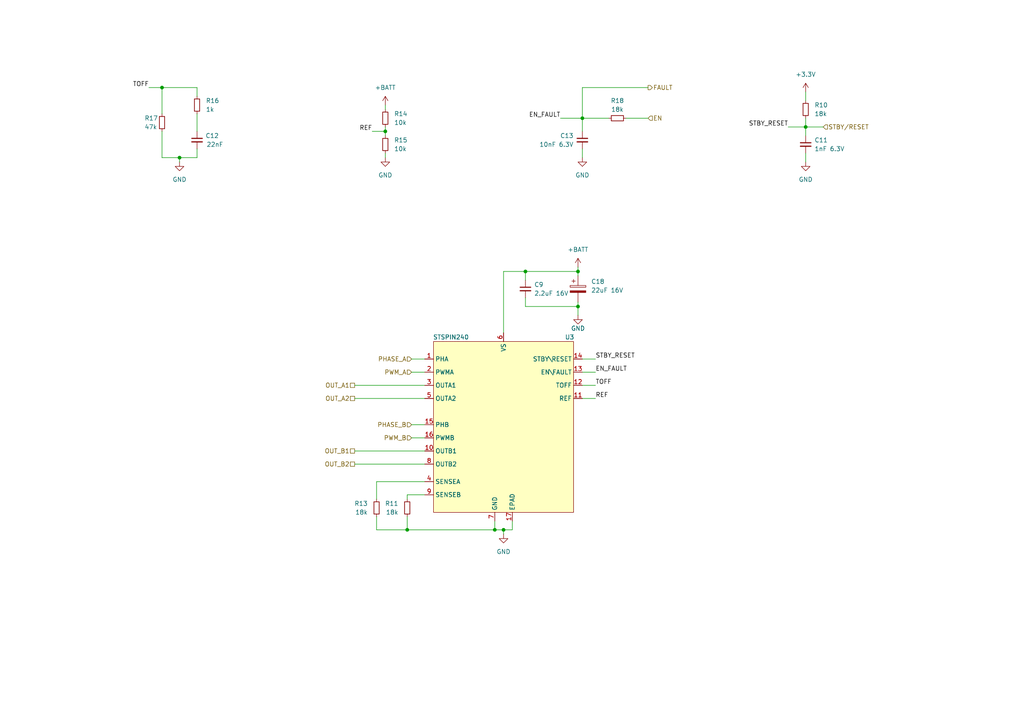
<source format=kicad_sch>
(kicad_sch (version 20231120) (generator "eeschema") (generator_version "8.0")
  (paper "A4")
  (lib_symbols
    (symbol "Device:C_Polarized" (pin_numbers hide) (pin_names (offset 0.254))
      (property "Reference" "C" (at 0.635 2.54 0))
      (property "Value" "C_Polarized" (at 0.635 -2.54 0))
      (symbol "C_Polarized_0_1"
        (rectangle (start -2.286 0.508) (end 2.286 1.016))
        (polyline (pts (xy -1.778 2.286) (xy -0.762 2.286)))
        (polyline (pts (xy -1.27 2.794) (xy -1.27 1.778)))
        (rectangle (start 2.286 -0.508) (end -2.286 -1.016) (fill (type outline)))
      )
      (symbol "C_Polarized_1_1"
        (pin passive line (at 0 3.81 270) (length 2.794) (name "~") (number "1"))
        (pin passive line (at 0 -3.81 90) (length 2.794) (name "~") (number "2"))
      )
    )
    (symbol "Device:C_Small" (pin_numbers hide) (pin_names (offset 0.254) hide)
      (property "Reference" "C" (at 0.254 1.778 0))
      (property "Value" "C_Small" (at 0.254 -2.032 0))
      (symbol "C_Small_0_1"
        (polyline (pts (xy -1.524 -0.508) (xy 1.524 -0.508)) (stroke (width 0.3302)))
        (polyline (pts (xy -1.524 0.508) (xy 1.524 0.508)) (stroke (width 0.3048)))
      )
      (symbol "C_Small_1_1"
        (pin passive line (at 0 2.54 270) (length 2.032) (name "~") (number "1"))
        (pin passive line (at 0 -2.54 90) (length 2.032) (name "~") (number "2"))
      )
    )
    (symbol "Device:R_Small" (pin_numbers hide) (pin_names (offset 0.254) hide)
      (property "Reference" "R" (at 0.762 0.508 0))
      (property "Value" "R_Small" (at 0.762 -1.016 0))
      (symbol "R_Small_0_1"
        (rectangle (start -0.762 1.778) (end 0.762 -1.778) (stroke (width 0.2032)))
      )
      (symbol "R_Small_1_1"
        (pin passive line (at 0 2.54 270) (length 0.762) (name "~") (number "1"))
        (pin passive line (at 0 -2.54 90) (length 0.762) (name "~") (number "2"))
      )
    )
    (symbol "minimouse_yousfi_sym:STSPIN240"
      (property "Reference" "U3" (at 31.75 6.35 0))
      (property "Value" "STSPIN240" (at -1.27 6.35 0))
      (symbol "STSPIN240_1_1"
        (rectangle (start -6.35 5.08) (end 34.29 -44.45) (fill (type background)))
        (pin input line (at -8.89 0 0) (length 2.54) (name "PHA") (number "1"))
        (pin power_out line (at -8.89 -26.67 0) (length 2.54) (name "OUTB1") (number "10"))
        (pin input line (at 36.83 -11.43 180) (length 2.54) (name "REF") (number "11"))
        (pin input line (at 36.83 -7.62 180) (length 2.54) (name "TOFF") (number "12"))
        (pin bidirectional line (at 36.83 -3.81 180) (length 2.54) (name "EN\\FAULT") (number "13"))
        (pin input line (at 36.83 0 180) (length 2.54) (name "STBY\\RESET") (number "14"))
        (pin input line (at -8.89 -19.05 0) (length 2.54) (name "PHB") (number "15"))
        (pin input line (at -8.89 -22.86 0) (length 2.54) (name "PWMB") (number "16"))
        (pin power_in line (at 16.51 -46.99 90) (length 2.54) (name "EPAD") (number "17"))
        (pin input line (at -8.89 -3.81 0) (length 2.54) (name "PWMA") (number "2"))
        (pin power_out line (at -8.89 -7.62 0) (length 2.54) (name "OUTA1") (number "3"))
        (pin power_out line (at -8.89 -35.56 0) (length 2.54) (name "SENSEA") (number "4"))
        (pin power_out line (at -8.89 -11.43 0) (length 2.54) (name "OUTA2") (number "5"))
        (pin power_in line (at 13.97 7.62 270) (length 2.54) (name "VS") (number "6"))
        (pin power_in line (at 11.43 -46.99 90) (length 2.54) (name "GND") (number "7"))
        (pin power_out line (at -8.89 -30.48 0) (length 2.54) (name "OUTB2") (number "8"))
        (pin power_out line (at -8.89 -39.37 0) (length 2.54) (name "SENSEB") (number "9"))
      )
    )
    (symbol "power:+3.3V" (power) (pin_names (offset 0))
      (property "Value" "+3.3V" (at 0 3.556 0))
      (symbol "+3.3V_0_1"
        (polyline (pts (xy -0.762 1.27) (xy 0 2.54)))
        (polyline (pts (xy 0 0) (xy 0 2.54)))
        (polyline (pts (xy 0 2.54) (xy 0.762 1.27)))
      )
      (symbol "+3.3V_1_1"
        (pin power_in line (at 0 0 90) (length 0) hide (name "+3.3V") (number "1"))
      )
    )
    (symbol "power:+BATT" (power) (pin_names (offset 0))
      (property "Value" "+BATT" (at 0 3.556 0))
      (symbol "+BATT_0_1"
        (polyline (pts (xy -0.762 1.27) (xy 0 2.54)))
        (polyline (pts (xy 0 0) (xy 0 2.54)))
        (polyline (pts (xy 0 2.54) (xy 0.762 1.27)))
      )
      (symbol "+BATT_1_1"
        (pin power_in line (at 0 0 90) (length 0) hide (name "+BATT") (number "1"))
      )
    )
    (symbol "power:GND" (power) (pin_names (offset 0))
      (property "Value" "GND" (at 0 -3.81 0))
      (symbol "GND_0_1"
        (polyline (pts (xy 0 0) (xy 0 -1.27) (xy 1.27 -1.27) (xy 0 -2.54) (xy -1.27 -1.27) (xy 0 -1.27)))
      )
      (symbol "GND_1_1"
        (pin power_in line (at 0 0 270) (length 0) hide (name "GND") (number "1"))
      )
    )
  )
  (junction (at 233.68 36.83))
  (junction (at 167.64 88.9))
  (junction (at 143.51 153.67))
  (junction (at 167.64 78.74))
  (junction (at 52.07 45.72))
  (junction (at 118.11 153.67))
  (junction (at 168.91 34.29))
  (junction (at 146.05 153.67))
  (junction (at 111.76 38.1))
  (junction (at 152.4 78.74))
  (junction (at 46.99 25.4))
  (wire (pts (xy 109.22 139.7) (xy 109.22 144.78)))
  (wire (pts (xy 111.76 30.48) (xy 111.76 31.75)))
  (wire (pts (xy 146.05 78.74) (xy 146.05 96.52)))
  (wire (pts (xy 109.22 149.86) (xy 109.22 153.67)))
  (wire (pts (xy 57.15 25.4) (xy 46.99 25.4)))
  (wire (pts (xy 118.11 149.86) (xy 118.11 153.67)))
  (wire (pts (xy 172.72 115.57) (xy 168.91 115.57)))
  (wire (pts (xy 233.68 36.83) (xy 228.6 36.83)))
  (wire (pts (xy 167.64 88.9) (xy 167.64 91.44)))
  (wire (pts (xy 46.99 45.72) (xy 46.99 38.1)))
  (wire (pts (xy 152.4 78.74) (xy 167.64 78.74)))
  (wire (pts (xy 143.51 151.13) (xy 143.51 153.67)))
  (wire (pts (xy 107.95 38.1) (xy 111.76 38.1)))
  (wire (pts (xy 233.68 29.21) (xy 233.68 26.67)))
  (wire (pts (xy 57.15 33.02) (xy 57.15 38.1)))
  (wire (pts (xy 148.59 151.13) (xy 148.59 153.67)))
  (wire (pts (xy 176.53 34.29) (xy 168.91 34.29)))
  (wire (pts (xy 123.19 139.7) (xy 109.22 139.7)))
  (wire (pts (xy 46.99 45.72) (xy 52.07 45.72)))
  (wire (pts (xy 172.72 111.76) (xy 168.91 111.76)))
  (wire (pts (xy 46.99 25.4) (xy 46.99 33.02)))
  (wire (pts (xy 102.87 115.57) (xy 123.19 115.57)))
  (wire (pts (xy 172.72 104.14) (xy 168.91 104.14)))
  (wire (pts (xy 123.19 127) (xy 119.38 127)))
  (wire (pts (xy 187.96 25.4) (xy 168.91 25.4)))
  (wire (pts (xy 111.76 36.83) (xy 111.76 38.1)))
  (wire (pts (xy 102.87 134.62) (xy 123.19 134.62)))
  (wire (pts (xy 238.76 36.83) (xy 233.68 36.83)))
  (wire (pts (xy 102.87 111.76) (xy 123.19 111.76)))
  (wire (pts (xy 162.56 34.29) (xy 168.91 34.29)))
  (wire (pts (xy 143.51 153.67) (xy 146.05 153.67)))
  (wire (pts (xy 109.22 153.67) (xy 118.11 153.67)))
  (wire (pts (xy 118.11 153.67) (xy 143.51 153.67)))
  (wire (pts (xy 167.64 88.9) (xy 167.64 87.63)))
  (wire (pts (xy 146.05 154.94) (xy 146.05 153.67)))
  (wire (pts (xy 152.4 78.74) (xy 146.05 78.74)))
  (wire (pts (xy 148.59 153.67) (xy 146.05 153.67)))
  (wire (pts (xy 123.19 123.19) (xy 119.38 123.19)))
  (wire (pts (xy 167.64 77.47) (xy 167.64 78.74)))
  (wire (pts (xy 172.72 107.95) (xy 168.91 107.95)))
  (wire (pts (xy 167.64 78.74) (xy 167.64 80.01)))
  (wire (pts (xy 233.68 36.83) (xy 233.68 34.29)))
  (wire (pts (xy 123.19 143.51) (xy 118.11 143.51)))
  (wire (pts (xy 181.61 34.29) (xy 187.96 34.29)))
  (wire (pts (xy 118.11 143.51) (xy 118.11 144.78)))
  (wire (pts (xy 168.91 34.29) (xy 168.91 38.1)))
  (wire (pts (xy 152.4 81.28) (xy 152.4 78.74)))
  (wire (pts (xy 152.4 88.9) (xy 167.64 88.9)))
  (wire (pts (xy 52.07 46.99) (xy 52.07 45.72)))
  (wire (pts (xy 123.19 107.95) (xy 119.38 107.95)))
  (wire (pts (xy 102.87 130.81) (xy 123.19 130.81)))
  (wire (pts (xy 152.4 86.36) (xy 152.4 88.9)))
  (wire (pts (xy 233.68 46.99) (xy 233.68 44.45)))
  (wire (pts (xy 57.15 43.18) (xy 57.15 45.72)))
  (wire (pts (xy 168.91 25.4) (xy 168.91 34.29)))
  (wire (pts (xy 52.07 45.72) (xy 57.15 45.72)))
  (wire (pts (xy 233.68 36.83) (xy 233.68 39.37)))
  (wire (pts (xy 123.19 104.14) (xy 119.38 104.14)))
  (wire (pts (xy 111.76 38.1) (xy 111.76 39.37)))
  (wire (pts (xy 168.91 45.72) (xy 168.91 43.18)))
  (wire (pts (xy 111.76 44.45) (xy 111.76 45.72)))
  (wire (pts (xy 57.15 27.94) (xy 57.15 25.4)))
  (wire (pts (xy 43.18 25.4) (xy 46.99 25.4)))
  (label "REF" (at 172.72 115.57 0))
  (label "REF" (at 107.95 38.1 180))
  (label "STBY_RESET" (at 228.6 36.83 180))
  (label "TOFF" (at 172.72 111.76 0))
  (label "TOFF" (at 43.18 25.4 180))
  (label "EN_FAULT" (at 162.56 34.29 180))
  (label "EN_FAULT" (at 172.72 107.95 0))
  (label "STBY_RESET" (at 172.72 104.14 0))
  (hierarchical_label "PHASE_A" (shape input) (at 119.38 104.14 180))
  (hierarchical_label "OUT_A2" (shape passive) (at 102.87 115.57 180))
  (hierarchical_label "PWM_A" (shape input) (at 119.38 107.95 180))
  (hierarchical_label "FAULT" (shape output) (at 187.96 25.4 0))
  (hierarchical_label "PHASE_B" (shape input) (at 119.38 123.19 180))
  (hierarchical_label "PWM_B" (shape input) (at 119.38 127 180))
  (hierarchical_label "OUT_B2" (shape passive) (at 102.87 134.62 180))
  (hierarchical_label "OUT_A1" (shape passive) (at 102.87 111.76 180))
  (hierarchical_label "OUT_B1" (shape passive) (at 102.87 130.81 180))
  (hierarchical_label "STBY{slash}RESET" (shape input) (at 238.76 36.83 0))
  (hierarchical_label "EN" (shape input) (at 187.96 34.29 0))
  (symbol (lib_id "Device:C_Small") (at 57.15 40.64 0) (mirror y) (unit 1)
    (property "Reference" "C12" (at 63.5 39.37 0) (effects (justify left)))
    (property "Value" "22nF" (at 64.77 41.91 0) (effects (justify left)))
  )
  (symbol (lib_id "power:+BATT") (at 167.64 77.47 0) (unit 1)
    (property "Reference" "#PWR014" (effects (hide yes)))
    (property "Value" "+BATT" (at 167.64 72.39 0))
  )
  (symbol (lib_id "Device:R_Small") (at 46.99 35.56 0) (mirror y) (unit 1)
    (property "Reference" "R17" (at 41.91 34.29 0) (effects (justify right)))
    (property "Value" "47k" (at 41.91 36.83 0) (effects (justify right)))
  )
  (symbol (lib_id "power:GND") (at 167.64 91.44 0) (unit 1)
    (property "Reference" "#PWR015" (effects (hide yes)))
    (property "Value" "GND" (at 167.64 95.25 0))
  )
  (symbol (lib_id "Device:C_Small") (at 233.68 41.91 0) (unit 1)
    (property "Reference" "C11" (at 236.22 40.64 0) (effects (justify left)))
    (property "Value" "1nF 6.3V" (at 236.22 43.18 0) (effects (justify left)))
  )
  (symbol (lib_id "Device:R_Small") (at 111.76 34.29 0) (unit 1)
    (property "Reference" "R14" (at 114.3 33.02 0) (effects (justify left)))
    (property "Value" "10k" (at 114.3 35.56 0) (effects (justify left)))
  )
  (symbol (lib_id "Device:C_Polarized") (at 167.64 83.82 0) (unit 1)
    (property "Reference" "C18" (at 171.45 81.661 0) (effects (justify left)))
    (property "Value" "22uF 16V" (at 171.45 84.201 0) (effects (justify left)))
  )
  (symbol (lib_id "power:GND") (at 52.07 46.99 0) (mirror y) (unit 1)
    (property "Reference" "#PWR026" (effects (hide yes)))
    (property "Value" "GND" (at 52.07 52.07 0))
  )
  (symbol (lib_id "power:+3.3V") (at 233.68 26.67 0) (unit 1)
    (property "Reference" "#PWR017" (effects (hide yes)))
    (property "Value" "+3.3V" (at 233.68 21.59 0))
  )
  (symbol (lib_id "minimouse_yousfi_sym:STSPIN240") (at 132.08 104.14 0) (unit 1)
    (property "Reference" "U3" (at 163.83 97.79 0) (effects (justify left)))
    (property "Value" "STSPIN240" (at 130.81 97.79 0))
  )
  (symbol (lib_id "power:+BATT") (at 111.76 30.48 0) (unit 1)
    (property "Reference" "#PWR024" (effects (hide yes)))
    (property "Value" "+BATT" (at 111.76 25.4 0))
  )
  (symbol (lib_id "power:GND") (at 168.91 45.72 0) (unit 1)
    (property "Reference" "#PWR027" (effects (hide yes)))
    (property "Value" "GND" (at 168.91 50.8 0))
  )
  (symbol (lib_id "Device:R_Small") (at 57.15 30.48 0) (mirror y) (unit 1)
    (property "Reference" "R16" (at 59.69 29.21 0) (effects (justify right)))
    (property "Value" "1k" (at 59.69 31.75 0) (effects (justify right)))
  )
  (symbol (lib_id "Device:R_Small") (at 109.22 147.32 0) (mirror y) (unit 1)
    (property "Reference" "R13" (at 106.68 146.05 0) (effects (justify left)))
    (property "Value" "18k" (at 106.68 148.59 0) (effects (justify left)))
  )
  (symbol (lib_id "Device:R_Small") (at 233.68 31.75 0) (unit 1)
    (property "Reference" "R10" (at 236.22 30.48 0) (effects (justify left)))
    (property "Value" "18k" (at 236.22 33.02 0) (effects (justify left)))
  )
  (symbol (lib_id "Device:R_Small") (at 179.07 34.29 270) (mirror x) (unit 1)
    (property "Reference" "R18" (at 179.07 29.21 90))
    (property "Value" "18k" (at 179.07 31.75 90))
  )
  (symbol (lib_id "power:GND") (at 111.76 45.72 0) (unit 1)
    (property "Reference" "#PWR025" (effects (hide yes)))
    (property "Value" "GND" (at 111.76 50.8 0))
  )
  (symbol (lib_id "Device:R_Small") (at 118.11 147.32 0) (mirror y) (unit 1)
    (property "Reference" "R11" (at 115.57 146.05 0) (effects (justify left)))
    (property "Value" "18k" (at 115.57 148.59 0) (effects (justify left)))
  )
  (symbol (lib_id "power:GND") (at 146.05 154.94 0) (unit 1)
    (property "Reference" "#PWR013" (effects (hide yes)))
    (property "Value" "GND" (at 146.05 160.02 0))
  )
  (symbol (lib_id "Device:C_Small") (at 152.4 83.82 0) (unit 1)
    (property "Reference" "C9" (at 154.94 82.55 0) (effects (justify left)))
    (property "Value" "2.2uF 16V" (at 154.94 85.09 0) (effects (justify left)))
  )
  (symbol (lib_id "Device:C_Small") (at 168.91 40.64 0) (mirror y) (unit 1)
    (property "Reference" "C13" (at 166.37 39.37 0) (effects (justify left)))
    (property "Value" "10nF 6.3V" (at 166.37 41.91 0) (effects (justify left)))
  )
  (symbol (lib_id "power:GND") (at 233.68 46.99 0) (unit 1)
    (property "Reference" "#PWR016" (effects (hide yes)))
    (property "Value" "GND" (at 233.68 52.07 0))
  )
  (symbol (lib_id "Device:R_Small") (at 111.76 41.91 0) (unit 1)
    (property "Reference" "R15" (at 114.3 40.64 0) (effects (justify left)))
    (property "Value" "10k" (at 114.3 43.18 0) (effects (justify left)))
  )
)
</source>
